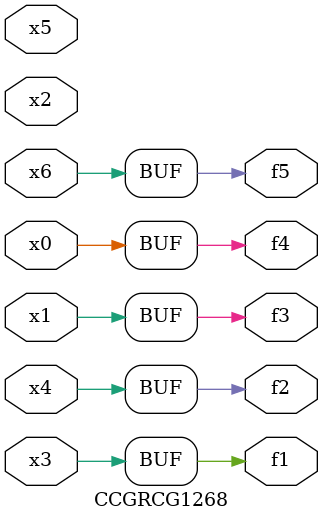
<source format=v>
module CCGRCG1268(
	input x0, x1, x2, x3, x4, x5, x6,
	output f1, f2, f3, f4, f5
);
	assign f1 = x3;
	assign f2 = x4;
	assign f3 = x1;
	assign f4 = x0;
	assign f5 = x6;
endmodule

</source>
